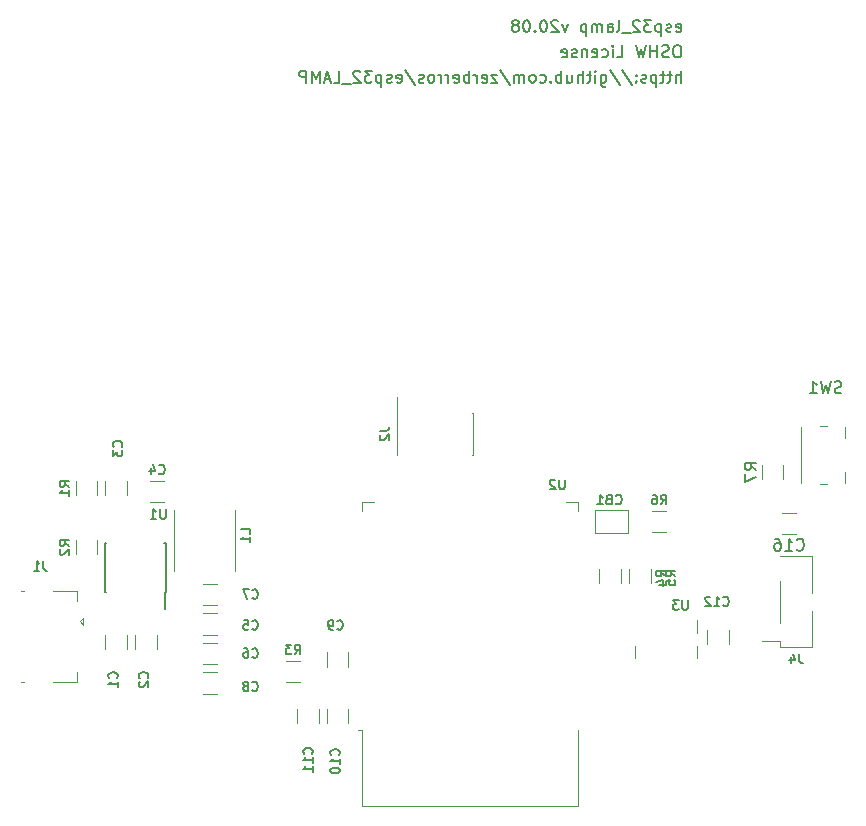
<source format=gbo>
G04 #@! TF.GenerationSoftware,KiCad,Pcbnew,5.1.6*
G04 #@! TF.CreationDate,2020-08-29T17:23:06+02:00*
G04 #@! TF.ProjectId,ESP32_lamp,45535033-325f-46c6-916d-702e6b696361,rev?*
G04 #@! TF.SameCoordinates,Original*
G04 #@! TF.FileFunction,Legend,Bot*
G04 #@! TF.FilePolarity,Positive*
%FSLAX46Y46*%
G04 Gerber Fmt 4.6, Leading zero omitted, Abs format (unit mm)*
G04 Created by KiCad (PCBNEW 5.1.6) date 2020-08-29 17:23:06*
%MOMM*%
%LPD*%
G01*
G04 APERTURE LIST*
%ADD10C,0.150000*%
%ADD11C,0.120000*%
G04 APERTURE END LIST*
D10*
X175442857Y-79304761D02*
X175538095Y-79352380D01*
X175728571Y-79352380D01*
X175823809Y-79304761D01*
X175871428Y-79209523D01*
X175871428Y-78828571D01*
X175823809Y-78733333D01*
X175728571Y-78685714D01*
X175538095Y-78685714D01*
X175442857Y-78733333D01*
X175395238Y-78828571D01*
X175395238Y-78923809D01*
X175871428Y-79019047D01*
X175014285Y-79304761D02*
X174919047Y-79352380D01*
X174728571Y-79352380D01*
X174633333Y-79304761D01*
X174585714Y-79209523D01*
X174585714Y-79161904D01*
X174633333Y-79066666D01*
X174728571Y-79019047D01*
X174871428Y-79019047D01*
X174966666Y-78971428D01*
X175014285Y-78876190D01*
X175014285Y-78828571D01*
X174966666Y-78733333D01*
X174871428Y-78685714D01*
X174728571Y-78685714D01*
X174633333Y-78733333D01*
X174157142Y-78685714D02*
X174157142Y-79685714D01*
X174157142Y-78733333D02*
X174061904Y-78685714D01*
X173871428Y-78685714D01*
X173776190Y-78733333D01*
X173728571Y-78780952D01*
X173680952Y-78876190D01*
X173680952Y-79161904D01*
X173728571Y-79257142D01*
X173776190Y-79304761D01*
X173871428Y-79352380D01*
X174061904Y-79352380D01*
X174157142Y-79304761D01*
X173347619Y-78352380D02*
X172728571Y-78352380D01*
X173061904Y-78733333D01*
X172919047Y-78733333D01*
X172823809Y-78780952D01*
X172776190Y-78828571D01*
X172728571Y-78923809D01*
X172728571Y-79161904D01*
X172776190Y-79257142D01*
X172823809Y-79304761D01*
X172919047Y-79352380D01*
X173204762Y-79352380D01*
X173300000Y-79304761D01*
X173347619Y-79257142D01*
X172347619Y-78447619D02*
X172300000Y-78400000D01*
X172204762Y-78352380D01*
X171966666Y-78352380D01*
X171871428Y-78400000D01*
X171823809Y-78447619D01*
X171776190Y-78542857D01*
X171776190Y-78638095D01*
X171823809Y-78780952D01*
X172395238Y-79352380D01*
X171776190Y-79352380D01*
X171585714Y-79447619D02*
X170823809Y-79447619D01*
X170442857Y-79352380D02*
X170538095Y-79304761D01*
X170585714Y-79209523D01*
X170585714Y-78352380D01*
X169633333Y-79352380D02*
X169633333Y-78828571D01*
X169680952Y-78733333D01*
X169776190Y-78685714D01*
X169966666Y-78685714D01*
X170061904Y-78733333D01*
X169633333Y-79304761D02*
X169728571Y-79352380D01*
X169966666Y-79352380D01*
X170061904Y-79304761D01*
X170109523Y-79209523D01*
X170109523Y-79114285D01*
X170061904Y-79019047D01*
X169966666Y-78971428D01*
X169728571Y-78971428D01*
X169633333Y-78923809D01*
X169157142Y-79352380D02*
X169157142Y-78685714D01*
X169157142Y-78780952D02*
X169109523Y-78733333D01*
X169014285Y-78685714D01*
X168871428Y-78685714D01*
X168776190Y-78733333D01*
X168728571Y-78828571D01*
X168728571Y-79352380D01*
X168728571Y-78828571D02*
X168680952Y-78733333D01*
X168585714Y-78685714D01*
X168442857Y-78685714D01*
X168347619Y-78733333D01*
X168300000Y-78828571D01*
X168300000Y-79352380D01*
X167823809Y-78685714D02*
X167823809Y-79685714D01*
X167823809Y-78733333D02*
X167728571Y-78685714D01*
X167538095Y-78685714D01*
X167442857Y-78733333D01*
X167395238Y-78780952D01*
X167347619Y-78876190D01*
X167347619Y-79161904D01*
X167395238Y-79257142D01*
X167442857Y-79304761D01*
X167538095Y-79352380D01*
X167728571Y-79352380D01*
X167823809Y-79304761D01*
X166252381Y-78685714D02*
X166014285Y-79352380D01*
X165776190Y-78685714D01*
X165442857Y-78447619D02*
X165395238Y-78400000D01*
X165300000Y-78352380D01*
X165061904Y-78352380D01*
X164966666Y-78400000D01*
X164919047Y-78447619D01*
X164871428Y-78542857D01*
X164871428Y-78638095D01*
X164919047Y-78780952D01*
X165490476Y-79352380D01*
X164871428Y-79352380D01*
X164252381Y-78352380D02*
X164157142Y-78352380D01*
X164061904Y-78400000D01*
X164014285Y-78447619D01*
X163966666Y-78542857D01*
X163919047Y-78733333D01*
X163919047Y-78971428D01*
X163966666Y-79161904D01*
X164014285Y-79257142D01*
X164061904Y-79304761D01*
X164157142Y-79352380D01*
X164252381Y-79352380D01*
X164347619Y-79304761D01*
X164395238Y-79257142D01*
X164442857Y-79161904D01*
X164490476Y-78971428D01*
X164490476Y-78733333D01*
X164442857Y-78542857D01*
X164395238Y-78447619D01*
X164347619Y-78400000D01*
X164252381Y-78352380D01*
X163490476Y-79257142D02*
X163442857Y-79304761D01*
X163490476Y-79352380D01*
X163538095Y-79304761D01*
X163490476Y-79257142D01*
X163490476Y-79352380D01*
X162823809Y-78352380D02*
X162728571Y-78352380D01*
X162633333Y-78400000D01*
X162585714Y-78447619D01*
X162538095Y-78542857D01*
X162490476Y-78733333D01*
X162490476Y-78971428D01*
X162538095Y-79161904D01*
X162585714Y-79257142D01*
X162633333Y-79304761D01*
X162728571Y-79352380D01*
X162823809Y-79352380D01*
X162919047Y-79304761D01*
X162966666Y-79257142D01*
X163014285Y-79161904D01*
X163061904Y-78971428D01*
X163061904Y-78733333D01*
X163014285Y-78542857D01*
X162966666Y-78447619D01*
X162919047Y-78400000D01*
X162823809Y-78352380D01*
X161919047Y-78780952D02*
X162014285Y-78733333D01*
X162061904Y-78685714D01*
X162109523Y-78590476D01*
X162109523Y-78542857D01*
X162061904Y-78447619D01*
X162014285Y-78400000D01*
X161919047Y-78352380D01*
X161728571Y-78352380D01*
X161633333Y-78400000D01*
X161585714Y-78447619D01*
X161538095Y-78542857D01*
X161538095Y-78590476D01*
X161585714Y-78685714D01*
X161633333Y-78733333D01*
X161728571Y-78780952D01*
X161919047Y-78780952D01*
X162014285Y-78828571D01*
X162061904Y-78876190D01*
X162109523Y-78971428D01*
X162109523Y-79161904D01*
X162061904Y-79257142D01*
X162014285Y-79304761D01*
X161919047Y-79352380D01*
X161728571Y-79352380D01*
X161633333Y-79304761D01*
X161585714Y-79257142D01*
X161538095Y-79161904D01*
X161538095Y-78971428D01*
X161585714Y-78876190D01*
X161633333Y-78828571D01*
X161728571Y-78780952D01*
X175633333Y-80502380D02*
X175442857Y-80502380D01*
X175347619Y-80550000D01*
X175252380Y-80645238D01*
X175204761Y-80835714D01*
X175204761Y-81169047D01*
X175252380Y-81359523D01*
X175347619Y-81454761D01*
X175442857Y-81502380D01*
X175633333Y-81502380D01*
X175728571Y-81454761D01*
X175823809Y-81359523D01*
X175871428Y-81169047D01*
X175871428Y-80835714D01*
X175823809Y-80645238D01*
X175728571Y-80550000D01*
X175633333Y-80502380D01*
X174823809Y-81454761D02*
X174680952Y-81502380D01*
X174442857Y-81502380D01*
X174347619Y-81454761D01*
X174300000Y-81407142D01*
X174252380Y-81311904D01*
X174252380Y-81216666D01*
X174300000Y-81121428D01*
X174347619Y-81073809D01*
X174442857Y-81026190D01*
X174633333Y-80978571D01*
X174728571Y-80930952D01*
X174776190Y-80883333D01*
X174823809Y-80788095D01*
X174823809Y-80692857D01*
X174776190Y-80597619D01*
X174728571Y-80550000D01*
X174633333Y-80502380D01*
X174395238Y-80502380D01*
X174252380Y-80550000D01*
X173823809Y-81502380D02*
X173823809Y-80502380D01*
X173823809Y-80978571D02*
X173252380Y-80978571D01*
X173252380Y-81502380D02*
X173252380Y-80502380D01*
X172871428Y-80502380D02*
X172633333Y-81502380D01*
X172442857Y-80788095D01*
X172252380Y-81502380D01*
X172014285Y-80502380D01*
X170395238Y-81502380D02*
X170871428Y-81502380D01*
X170871428Y-80502380D01*
X170061904Y-81502380D02*
X170061904Y-80835714D01*
X170061904Y-80502380D02*
X170109523Y-80550000D01*
X170061904Y-80597619D01*
X170014285Y-80550000D01*
X170061904Y-80502380D01*
X170061904Y-80597619D01*
X169157142Y-81454761D02*
X169252380Y-81502380D01*
X169442857Y-81502380D01*
X169538095Y-81454761D01*
X169585714Y-81407142D01*
X169633333Y-81311904D01*
X169633333Y-81026190D01*
X169585714Y-80930952D01*
X169538095Y-80883333D01*
X169442857Y-80835714D01*
X169252380Y-80835714D01*
X169157142Y-80883333D01*
X168347619Y-81454761D02*
X168442857Y-81502380D01*
X168633333Y-81502380D01*
X168728571Y-81454761D01*
X168776190Y-81359523D01*
X168776190Y-80978571D01*
X168728571Y-80883333D01*
X168633333Y-80835714D01*
X168442857Y-80835714D01*
X168347619Y-80883333D01*
X168300000Y-80978571D01*
X168300000Y-81073809D01*
X168776190Y-81169047D01*
X167871428Y-80835714D02*
X167871428Y-81502380D01*
X167871428Y-80930952D02*
X167823809Y-80883333D01*
X167728571Y-80835714D01*
X167585714Y-80835714D01*
X167490476Y-80883333D01*
X167442857Y-80978571D01*
X167442857Y-81502380D01*
X167014285Y-81454761D02*
X166919047Y-81502380D01*
X166728571Y-81502380D01*
X166633333Y-81454761D01*
X166585714Y-81359523D01*
X166585714Y-81311904D01*
X166633333Y-81216666D01*
X166728571Y-81169047D01*
X166871428Y-81169047D01*
X166966666Y-81121428D01*
X167014285Y-81026190D01*
X167014285Y-80978571D01*
X166966666Y-80883333D01*
X166871428Y-80835714D01*
X166728571Y-80835714D01*
X166633333Y-80883333D01*
X165776190Y-81454761D02*
X165871428Y-81502380D01*
X166061904Y-81502380D01*
X166157142Y-81454761D01*
X166204761Y-81359523D01*
X166204761Y-80978571D01*
X166157142Y-80883333D01*
X166061904Y-80835714D01*
X165871428Y-80835714D01*
X165776190Y-80883333D01*
X165728571Y-80978571D01*
X165728571Y-81073809D01*
X166204761Y-81169047D01*
X175823809Y-83652380D02*
X175823809Y-82652380D01*
X175395238Y-83652380D02*
X175395238Y-83128571D01*
X175442857Y-83033333D01*
X175538095Y-82985714D01*
X175680952Y-82985714D01*
X175776190Y-83033333D01*
X175823809Y-83080952D01*
X175061904Y-82985714D02*
X174680952Y-82985714D01*
X174919047Y-82652380D02*
X174919047Y-83509523D01*
X174871428Y-83604761D01*
X174776190Y-83652380D01*
X174680952Y-83652380D01*
X174490476Y-82985714D02*
X174109523Y-82985714D01*
X174347619Y-82652380D02*
X174347619Y-83509523D01*
X174300000Y-83604761D01*
X174204762Y-83652380D01*
X174109523Y-83652380D01*
X173776190Y-82985714D02*
X173776190Y-83985714D01*
X173776190Y-83033333D02*
X173680952Y-82985714D01*
X173490476Y-82985714D01*
X173395238Y-83033333D01*
X173347619Y-83080952D01*
X173300000Y-83176190D01*
X173300000Y-83461904D01*
X173347619Y-83557142D01*
X173395238Y-83604761D01*
X173490476Y-83652380D01*
X173680952Y-83652380D01*
X173776190Y-83604761D01*
X172919047Y-83604761D02*
X172823809Y-83652380D01*
X172633333Y-83652380D01*
X172538095Y-83604761D01*
X172490476Y-83509523D01*
X172490476Y-83461904D01*
X172538095Y-83366666D01*
X172633333Y-83319047D01*
X172776190Y-83319047D01*
X172871428Y-83271428D01*
X172919047Y-83176190D01*
X172919047Y-83128571D01*
X172871428Y-83033333D01*
X172776190Y-82985714D01*
X172633333Y-82985714D01*
X172538095Y-83033333D01*
X172061904Y-83557142D02*
X172014285Y-83604761D01*
X172061904Y-83652380D01*
X172109523Y-83604761D01*
X172061904Y-83557142D01*
X172061904Y-83652380D01*
X172061904Y-83033333D02*
X172014285Y-83080952D01*
X172061904Y-83128571D01*
X172109523Y-83080952D01*
X172061904Y-83033333D01*
X172061904Y-83128571D01*
X170871428Y-82604761D02*
X171728571Y-83890476D01*
X169823809Y-82604761D02*
X170680952Y-83890476D01*
X169061904Y-82985714D02*
X169061904Y-83795238D01*
X169109523Y-83890476D01*
X169157142Y-83938095D01*
X169252381Y-83985714D01*
X169395238Y-83985714D01*
X169490476Y-83938095D01*
X169061904Y-83604761D02*
X169157142Y-83652380D01*
X169347619Y-83652380D01*
X169442857Y-83604761D01*
X169490476Y-83557142D01*
X169538095Y-83461904D01*
X169538095Y-83176190D01*
X169490476Y-83080952D01*
X169442857Y-83033333D01*
X169347619Y-82985714D01*
X169157142Y-82985714D01*
X169061904Y-83033333D01*
X168585714Y-83652380D02*
X168585714Y-82985714D01*
X168585714Y-82652380D02*
X168633333Y-82700000D01*
X168585714Y-82747619D01*
X168538095Y-82700000D01*
X168585714Y-82652380D01*
X168585714Y-82747619D01*
X168252381Y-82985714D02*
X167871428Y-82985714D01*
X168109523Y-82652380D02*
X168109523Y-83509523D01*
X168061904Y-83604761D01*
X167966666Y-83652380D01*
X167871428Y-83652380D01*
X167538095Y-83652380D02*
X167538095Y-82652380D01*
X167109523Y-83652380D02*
X167109523Y-83128571D01*
X167157142Y-83033333D01*
X167252381Y-82985714D01*
X167395238Y-82985714D01*
X167490476Y-83033333D01*
X167538095Y-83080952D01*
X166204762Y-82985714D02*
X166204762Y-83652380D01*
X166633333Y-82985714D02*
X166633333Y-83509523D01*
X166585714Y-83604761D01*
X166490476Y-83652380D01*
X166347619Y-83652380D01*
X166252381Y-83604761D01*
X166204762Y-83557142D01*
X165728571Y-83652380D02*
X165728571Y-82652380D01*
X165728571Y-83033333D02*
X165633333Y-82985714D01*
X165442857Y-82985714D01*
X165347619Y-83033333D01*
X165300000Y-83080952D01*
X165252381Y-83176190D01*
X165252381Y-83461904D01*
X165300000Y-83557142D01*
X165347619Y-83604761D01*
X165442857Y-83652380D01*
X165633333Y-83652380D01*
X165728571Y-83604761D01*
X164823809Y-83557142D02*
X164776190Y-83604761D01*
X164823809Y-83652380D01*
X164871428Y-83604761D01*
X164823809Y-83557142D01*
X164823809Y-83652380D01*
X163919047Y-83604761D02*
X164014285Y-83652380D01*
X164204762Y-83652380D01*
X164300000Y-83604761D01*
X164347619Y-83557142D01*
X164395238Y-83461904D01*
X164395238Y-83176190D01*
X164347619Y-83080952D01*
X164300000Y-83033333D01*
X164204762Y-82985714D01*
X164014285Y-82985714D01*
X163919047Y-83033333D01*
X163347619Y-83652380D02*
X163442857Y-83604761D01*
X163490476Y-83557142D01*
X163538095Y-83461904D01*
X163538095Y-83176190D01*
X163490476Y-83080952D01*
X163442857Y-83033333D01*
X163347619Y-82985714D01*
X163204762Y-82985714D01*
X163109523Y-83033333D01*
X163061904Y-83080952D01*
X163014285Y-83176190D01*
X163014285Y-83461904D01*
X163061904Y-83557142D01*
X163109523Y-83604761D01*
X163204762Y-83652380D01*
X163347619Y-83652380D01*
X162585714Y-83652380D02*
X162585714Y-82985714D01*
X162585714Y-83080952D02*
X162538095Y-83033333D01*
X162442857Y-82985714D01*
X162300000Y-82985714D01*
X162204762Y-83033333D01*
X162157142Y-83128571D01*
X162157142Y-83652380D01*
X162157142Y-83128571D02*
X162109523Y-83033333D01*
X162014285Y-82985714D01*
X161871428Y-82985714D01*
X161776190Y-83033333D01*
X161728571Y-83128571D01*
X161728571Y-83652380D01*
X160538095Y-82604761D02*
X161395238Y-83890476D01*
X160300000Y-82985714D02*
X159776190Y-82985714D01*
X160300000Y-83652380D01*
X159776190Y-83652380D01*
X159014285Y-83604761D02*
X159109523Y-83652380D01*
X159300000Y-83652380D01*
X159395238Y-83604761D01*
X159442857Y-83509523D01*
X159442857Y-83128571D01*
X159395238Y-83033333D01*
X159300000Y-82985714D01*
X159109523Y-82985714D01*
X159014285Y-83033333D01*
X158966666Y-83128571D01*
X158966666Y-83223809D01*
X159442857Y-83319047D01*
X158538095Y-83652380D02*
X158538095Y-82985714D01*
X158538095Y-83176190D02*
X158490476Y-83080952D01*
X158442857Y-83033333D01*
X158347619Y-82985714D01*
X158252381Y-82985714D01*
X157919047Y-83652380D02*
X157919047Y-82652380D01*
X157919047Y-83033333D02*
X157823809Y-82985714D01*
X157633333Y-82985714D01*
X157538095Y-83033333D01*
X157490476Y-83080952D01*
X157442857Y-83176190D01*
X157442857Y-83461904D01*
X157490476Y-83557142D01*
X157538095Y-83604761D01*
X157633333Y-83652380D01*
X157823809Y-83652380D01*
X157919047Y-83604761D01*
X156633333Y-83604761D02*
X156728571Y-83652380D01*
X156919047Y-83652380D01*
X157014285Y-83604761D01*
X157061904Y-83509523D01*
X157061904Y-83128571D01*
X157014285Y-83033333D01*
X156919047Y-82985714D01*
X156728571Y-82985714D01*
X156633333Y-83033333D01*
X156585714Y-83128571D01*
X156585714Y-83223809D01*
X157061904Y-83319047D01*
X156157142Y-83652380D02*
X156157142Y-82985714D01*
X156157142Y-83176190D02*
X156109523Y-83080952D01*
X156061904Y-83033333D01*
X155966666Y-82985714D01*
X155871428Y-82985714D01*
X155538095Y-83652380D02*
X155538095Y-82985714D01*
X155538095Y-83176190D02*
X155490476Y-83080952D01*
X155442857Y-83033333D01*
X155347619Y-82985714D01*
X155252381Y-82985714D01*
X154776190Y-83652380D02*
X154871428Y-83604761D01*
X154919047Y-83557142D01*
X154966666Y-83461904D01*
X154966666Y-83176190D01*
X154919047Y-83080952D01*
X154871428Y-83033333D01*
X154776190Y-82985714D01*
X154633333Y-82985714D01*
X154538095Y-83033333D01*
X154490476Y-83080952D01*
X154442857Y-83176190D01*
X154442857Y-83461904D01*
X154490476Y-83557142D01*
X154538095Y-83604761D01*
X154633333Y-83652380D01*
X154776190Y-83652380D01*
X154061904Y-83604761D02*
X153966666Y-83652380D01*
X153776190Y-83652380D01*
X153680952Y-83604761D01*
X153633333Y-83509523D01*
X153633333Y-83461904D01*
X153680952Y-83366666D01*
X153776190Y-83319047D01*
X153919047Y-83319047D01*
X154014285Y-83271428D01*
X154061904Y-83176190D01*
X154061904Y-83128571D01*
X154014285Y-83033333D01*
X153919047Y-82985714D01*
X153776190Y-82985714D01*
X153680952Y-83033333D01*
X152490476Y-82604761D02*
X153347619Y-83890476D01*
X151776190Y-83604761D02*
X151871428Y-83652380D01*
X152061904Y-83652380D01*
X152157142Y-83604761D01*
X152204762Y-83509523D01*
X152204762Y-83128571D01*
X152157142Y-83033333D01*
X152061904Y-82985714D01*
X151871428Y-82985714D01*
X151776190Y-83033333D01*
X151728571Y-83128571D01*
X151728571Y-83223809D01*
X152204762Y-83319047D01*
X151347619Y-83604761D02*
X151252381Y-83652380D01*
X151061904Y-83652380D01*
X150966666Y-83604761D01*
X150919047Y-83509523D01*
X150919047Y-83461904D01*
X150966666Y-83366666D01*
X151061904Y-83319047D01*
X151204762Y-83319047D01*
X151300000Y-83271428D01*
X151347619Y-83176190D01*
X151347619Y-83128571D01*
X151300000Y-83033333D01*
X151204762Y-82985714D01*
X151061904Y-82985714D01*
X150966666Y-83033333D01*
X150490476Y-82985714D02*
X150490476Y-83985714D01*
X150490476Y-83033333D02*
X150395238Y-82985714D01*
X150204762Y-82985714D01*
X150109523Y-83033333D01*
X150061904Y-83080952D01*
X150014285Y-83176190D01*
X150014285Y-83461904D01*
X150061904Y-83557142D01*
X150109523Y-83604761D01*
X150204762Y-83652380D01*
X150395238Y-83652380D01*
X150490476Y-83604761D01*
X149680952Y-82652380D02*
X149061904Y-82652380D01*
X149395238Y-83033333D01*
X149252381Y-83033333D01*
X149157142Y-83080952D01*
X149109523Y-83128571D01*
X149061904Y-83223809D01*
X149061904Y-83461904D01*
X149109523Y-83557142D01*
X149157142Y-83604761D01*
X149252381Y-83652380D01*
X149538095Y-83652380D01*
X149633333Y-83604761D01*
X149680952Y-83557142D01*
X148680952Y-82747619D02*
X148633333Y-82700000D01*
X148538095Y-82652380D01*
X148300000Y-82652380D01*
X148204762Y-82700000D01*
X148157142Y-82747619D01*
X148109523Y-82842857D01*
X148109523Y-82938095D01*
X148157142Y-83080952D01*
X148728571Y-83652380D01*
X148109523Y-83652380D01*
X147919047Y-83747619D02*
X147157142Y-83747619D01*
X146442857Y-83652380D02*
X146919047Y-83652380D01*
X146919047Y-82652380D01*
X146157142Y-83366666D02*
X145680952Y-83366666D01*
X146252381Y-83652380D02*
X145919047Y-82652380D01*
X145585714Y-83652380D01*
X145252381Y-83652380D02*
X145252381Y-82652380D01*
X144919047Y-83366666D01*
X144585714Y-82652380D01*
X144585714Y-83652380D01*
X144109523Y-83652380D02*
X144109523Y-82652380D01*
X143728571Y-82652380D01*
X143633333Y-82700000D01*
X143585714Y-82747619D01*
X143538095Y-82842857D01*
X143538095Y-82985714D01*
X143585714Y-83080952D01*
X143633333Y-83128571D01*
X143728571Y-83176190D01*
X144109523Y-83176190D01*
D11*
X189750000Y-116625000D02*
X189750000Y-117550000D01*
X187625000Y-112750000D02*
X188175000Y-112750000D01*
X187625000Y-117650000D02*
X188175000Y-117650000D01*
X186050000Y-112850000D02*
X186050000Y-117550000D01*
X189750000Y-112850000D02*
X189750000Y-113775000D01*
X184510000Y-115997936D02*
X184510000Y-117202064D01*
X182690000Y-115997936D02*
X182690000Y-117202064D01*
X184397936Y-120090000D02*
X185602064Y-120090000D01*
X184397936Y-121910000D02*
X185602064Y-121910000D01*
X151765000Y-111635000D02*
X151765000Y-115165000D01*
X158235000Y-111635000D02*
X158235000Y-115165000D01*
X151830000Y-110310000D02*
X151830000Y-111635000D01*
X151765000Y-111635000D02*
X151830000Y-111635000D01*
X151765000Y-115165000D02*
X151830000Y-115165000D01*
X158170000Y-111635000D02*
X158235000Y-111635000D01*
X158170000Y-115165000D02*
X158235000Y-115165000D01*
X173397936Y-119890000D02*
X174602064Y-119890000D01*
X173397936Y-121710000D02*
X174602064Y-121710000D01*
X184270000Y-129380000D02*
X184270000Y-125820000D01*
X186930000Y-126840000D02*
X186930000Y-123730000D01*
X186930000Y-124300000D02*
X186930000Y-123730000D01*
X184270000Y-131470000D02*
X184270000Y-130900000D01*
X184270000Y-130900000D02*
X182750000Y-130900000D01*
X186930000Y-131470000D02*
X186930000Y-128360000D01*
X184270000Y-123730000D02*
X186930000Y-123730000D01*
X184270000Y-131470000D02*
X186930000Y-131470000D01*
X179910000Y-129997936D02*
X179910000Y-131202064D01*
X178090000Y-129997936D02*
X178090000Y-131202064D01*
X148880000Y-119900000D02*
X148880000Y-119120000D01*
X148880000Y-119120000D02*
X149880000Y-119120000D01*
X167120000Y-119900000D02*
X167120000Y-119120000D01*
X167120000Y-119120000D02*
X166120000Y-119120000D01*
X148880000Y-144865000D02*
X167120000Y-144865000D01*
X167120000Y-144865000D02*
X167120000Y-138445000D01*
X148880000Y-144865000D02*
X148880000Y-138445000D01*
X148880000Y-138445000D02*
X148500000Y-138445000D01*
X136602064Y-126090000D02*
X135397936Y-126090000D01*
X136602064Y-127910000D02*
X135397936Y-127910000D01*
X173310000Y-126052064D02*
X173310000Y-124847936D01*
X171490000Y-126052064D02*
X171490000Y-124847936D01*
X170760000Y-126052064D02*
X170760000Y-124847936D01*
X168940000Y-126052064D02*
X168940000Y-124847936D01*
X124590000Y-122397936D02*
X124590000Y-123602064D01*
X126410000Y-122397936D02*
X126410000Y-123602064D01*
X143602064Y-132590000D02*
X142397936Y-132590000D01*
X143602064Y-134410000D02*
X142397936Y-134410000D01*
X124590000Y-117397936D02*
X124590000Y-118602064D01*
X126410000Y-117397936D02*
X126410000Y-118602064D01*
X145840000Y-131897936D02*
X145840000Y-133102064D01*
X147660000Y-131897936D02*
X147660000Y-133102064D01*
X145160000Y-137852064D02*
X145160000Y-136647936D01*
X143340000Y-137852064D02*
X143340000Y-136647936D01*
X147660000Y-137852064D02*
X147660000Y-136647936D01*
X145840000Y-137852064D02*
X145840000Y-136647936D01*
X136602064Y-133590000D02*
X135397936Y-133590000D01*
X136602064Y-135410000D02*
X135397936Y-135410000D01*
X136602064Y-131090000D02*
X135397936Y-131090000D01*
X136602064Y-132910000D02*
X135397936Y-132910000D01*
X136602064Y-128590000D02*
X135397936Y-128590000D01*
X136602064Y-130410000D02*
X135397936Y-130410000D01*
X132102064Y-117340000D02*
X130897936Y-117340000D01*
X132102064Y-119160000D02*
X130897936Y-119160000D01*
X128910000Y-118602064D02*
X128910000Y-117397936D01*
X127090000Y-118602064D02*
X127090000Y-117397936D01*
X129640000Y-130397936D02*
X129640000Y-131602064D01*
X131460000Y-130397936D02*
X131460000Y-131602064D01*
X127090000Y-130397936D02*
X127090000Y-131602064D01*
X128910000Y-130397936D02*
X128910000Y-131602064D01*
X138130000Y-119870000D02*
X138130000Y-124970000D01*
X132930000Y-119870000D02*
X132930000Y-124970000D01*
X171990000Y-131360000D02*
X171990000Y-132410000D01*
X177210000Y-130240000D02*
X177210000Y-129190000D01*
X177210000Y-131360000D02*
X177210000Y-132410000D01*
D10*
X132205000Y-126795000D02*
X132155000Y-126795000D01*
X132205000Y-122645000D02*
X132060000Y-122645000D01*
X127055000Y-122645000D02*
X127200000Y-122645000D01*
X127055000Y-126795000D02*
X127200000Y-126795000D01*
X132205000Y-126795000D02*
X132205000Y-122645000D01*
X127055000Y-126795000D02*
X127055000Y-122645000D01*
X132155000Y-126795000D02*
X132155000Y-128195000D01*
D11*
X125250000Y-129550000D02*
X125250000Y-128950000D01*
X124950000Y-129250000D02*
X125250000Y-128950000D01*
X124950000Y-129250000D02*
X125250000Y-129550000D01*
X124720000Y-134420000D02*
X124720000Y-133550000D01*
X124720000Y-126680000D02*
X122650000Y-126680000D01*
X124720000Y-134420000D02*
X122650000Y-134420000D01*
X124720000Y-127550000D02*
X124720000Y-126680000D01*
X120250000Y-126680000D02*
X120000000Y-126680000D01*
X120250000Y-134420000D02*
X120000000Y-134420000D01*
X168600000Y-119800000D02*
X168600000Y-121800000D01*
X171400000Y-119800000D02*
X168600000Y-119800000D01*
X171400000Y-121800000D02*
X171400000Y-119800000D01*
X168600000Y-121800000D02*
X171400000Y-121800000D01*
D10*
X189433333Y-109904761D02*
X189290476Y-109952380D01*
X189052380Y-109952380D01*
X188957142Y-109904761D01*
X188909523Y-109857142D01*
X188861904Y-109761904D01*
X188861904Y-109666666D01*
X188909523Y-109571428D01*
X188957142Y-109523809D01*
X189052380Y-109476190D01*
X189242857Y-109428571D01*
X189338095Y-109380952D01*
X189385714Y-109333333D01*
X189433333Y-109238095D01*
X189433333Y-109142857D01*
X189385714Y-109047619D01*
X189338095Y-109000000D01*
X189242857Y-108952380D01*
X189004761Y-108952380D01*
X188861904Y-109000000D01*
X188528571Y-108952380D02*
X188290476Y-109952380D01*
X188100000Y-109238095D01*
X187909523Y-109952380D01*
X187671428Y-108952380D01*
X186766666Y-109952380D02*
X187338095Y-109952380D01*
X187052380Y-109952380D02*
X187052380Y-108952380D01*
X187147619Y-109095238D01*
X187242857Y-109190476D01*
X187338095Y-109238095D01*
X182232380Y-116433333D02*
X181756190Y-116100000D01*
X182232380Y-115861904D02*
X181232380Y-115861904D01*
X181232380Y-116242857D01*
X181280000Y-116338095D01*
X181327619Y-116385714D01*
X181422857Y-116433333D01*
X181565714Y-116433333D01*
X181660952Y-116385714D01*
X181708571Y-116338095D01*
X181756190Y-116242857D01*
X181756190Y-115861904D01*
X181232380Y-116766666D02*
X181232380Y-117433333D01*
X182232380Y-117004761D01*
X185642857Y-123177142D02*
X185690476Y-123224761D01*
X185833333Y-123272380D01*
X185928571Y-123272380D01*
X186071428Y-123224761D01*
X186166666Y-123129523D01*
X186214285Y-123034285D01*
X186261904Y-122843809D01*
X186261904Y-122700952D01*
X186214285Y-122510476D01*
X186166666Y-122415238D01*
X186071428Y-122320000D01*
X185928571Y-122272380D01*
X185833333Y-122272380D01*
X185690476Y-122320000D01*
X185642857Y-122367619D01*
X184690476Y-123272380D02*
X185261904Y-123272380D01*
X184976190Y-123272380D02*
X184976190Y-122272380D01*
X185071428Y-122415238D01*
X185166666Y-122510476D01*
X185261904Y-122558095D01*
X183833333Y-122272380D02*
X184023809Y-122272380D01*
X184119047Y-122320000D01*
X184166666Y-122367619D01*
X184261904Y-122510476D01*
X184309523Y-122700952D01*
X184309523Y-123081904D01*
X184261904Y-123177142D01*
X184214285Y-123224761D01*
X184119047Y-123272380D01*
X183928571Y-123272380D01*
X183833333Y-123224761D01*
X183785714Y-123177142D01*
X183738095Y-123081904D01*
X183738095Y-122843809D01*
X183785714Y-122748571D01*
X183833333Y-122700952D01*
X183928571Y-122653333D01*
X184119047Y-122653333D01*
X184214285Y-122700952D01*
X184261904Y-122748571D01*
X184309523Y-122843809D01*
X150326904Y-113133333D02*
X150898333Y-113133333D01*
X151012619Y-113095238D01*
X151088809Y-113019047D01*
X151126904Y-112904761D01*
X151126904Y-112828571D01*
X150403095Y-113476190D02*
X150365000Y-113514285D01*
X150326904Y-113590476D01*
X150326904Y-113780952D01*
X150365000Y-113857142D01*
X150403095Y-113895238D01*
X150479285Y-113933333D01*
X150555476Y-113933333D01*
X150669761Y-113895238D01*
X151126904Y-113438095D01*
X151126904Y-113933333D01*
X174133333Y-119361904D02*
X174400000Y-118980952D01*
X174590476Y-119361904D02*
X174590476Y-118561904D01*
X174285714Y-118561904D01*
X174209523Y-118600000D01*
X174171428Y-118638095D01*
X174133333Y-118714285D01*
X174133333Y-118828571D01*
X174171428Y-118904761D01*
X174209523Y-118942857D01*
X174285714Y-118980952D01*
X174590476Y-118980952D01*
X173447619Y-118561904D02*
X173600000Y-118561904D01*
X173676190Y-118600000D01*
X173714285Y-118638095D01*
X173790476Y-118752380D01*
X173828571Y-118904761D01*
X173828571Y-119209523D01*
X173790476Y-119285714D01*
X173752380Y-119323809D01*
X173676190Y-119361904D01*
X173523809Y-119361904D01*
X173447619Y-119323809D01*
X173409523Y-119285714D01*
X173371428Y-119209523D01*
X173371428Y-119019047D01*
X173409523Y-118942857D01*
X173447619Y-118904761D01*
X173523809Y-118866666D01*
X173676190Y-118866666D01*
X173752380Y-118904761D01*
X173790476Y-118942857D01*
X173828571Y-119019047D01*
X185866666Y-132031904D02*
X185866666Y-132603333D01*
X185904761Y-132717619D01*
X185980952Y-132793809D01*
X186095238Y-132831904D01*
X186171428Y-132831904D01*
X185142857Y-132298571D02*
X185142857Y-132831904D01*
X185333333Y-131993809D02*
X185523809Y-132565238D01*
X185028571Y-132565238D01*
X179414285Y-127885714D02*
X179452380Y-127923809D01*
X179566666Y-127961904D01*
X179642857Y-127961904D01*
X179757142Y-127923809D01*
X179833333Y-127847619D01*
X179871428Y-127771428D01*
X179909523Y-127619047D01*
X179909523Y-127504761D01*
X179871428Y-127352380D01*
X179833333Y-127276190D01*
X179757142Y-127200000D01*
X179642857Y-127161904D01*
X179566666Y-127161904D01*
X179452380Y-127200000D01*
X179414285Y-127238095D01*
X178652380Y-127961904D02*
X179109523Y-127961904D01*
X178880952Y-127961904D02*
X178880952Y-127161904D01*
X178957142Y-127276190D01*
X179033333Y-127352380D01*
X179109523Y-127390476D01*
X178347619Y-127238095D02*
X178309523Y-127200000D01*
X178233333Y-127161904D01*
X178042857Y-127161904D01*
X177966666Y-127200000D01*
X177928571Y-127238095D01*
X177890476Y-127314285D01*
X177890476Y-127390476D01*
X177928571Y-127504761D01*
X178385714Y-127961904D01*
X177890476Y-127961904D01*
X166009523Y-117261904D02*
X166009523Y-117909523D01*
X165971428Y-117985714D01*
X165933333Y-118023809D01*
X165857142Y-118061904D01*
X165704761Y-118061904D01*
X165628571Y-118023809D01*
X165590476Y-117985714D01*
X165552380Y-117909523D01*
X165552380Y-117261904D01*
X165209523Y-117338095D02*
X165171428Y-117300000D01*
X165095238Y-117261904D01*
X164904761Y-117261904D01*
X164828571Y-117300000D01*
X164790476Y-117338095D01*
X164752380Y-117414285D01*
X164752380Y-117490476D01*
X164790476Y-117604761D01*
X165247619Y-118061904D01*
X164752380Y-118061904D01*
X139533333Y-127285714D02*
X139571428Y-127323809D01*
X139685714Y-127361904D01*
X139761904Y-127361904D01*
X139876190Y-127323809D01*
X139952380Y-127247619D01*
X139990476Y-127171428D01*
X140028571Y-127019047D01*
X140028571Y-126904761D01*
X139990476Y-126752380D01*
X139952380Y-126676190D01*
X139876190Y-126600000D01*
X139761904Y-126561904D01*
X139685714Y-126561904D01*
X139571428Y-126600000D01*
X139533333Y-126638095D01*
X139266666Y-126561904D02*
X138733333Y-126561904D01*
X139076190Y-127361904D01*
X175361904Y-125466666D02*
X174980952Y-125200000D01*
X175361904Y-125009523D02*
X174561904Y-125009523D01*
X174561904Y-125314285D01*
X174600000Y-125390476D01*
X174638095Y-125428571D01*
X174714285Y-125466666D01*
X174828571Y-125466666D01*
X174904761Y-125428571D01*
X174942857Y-125390476D01*
X174980952Y-125314285D01*
X174980952Y-125009523D01*
X174561904Y-126190476D02*
X174561904Y-125809523D01*
X174942857Y-125771428D01*
X174904761Y-125809523D01*
X174866666Y-125885714D01*
X174866666Y-126076190D01*
X174904761Y-126152380D01*
X174942857Y-126190476D01*
X175019047Y-126228571D01*
X175209523Y-126228571D01*
X175285714Y-126190476D01*
X175323809Y-126152380D01*
X175361904Y-126076190D01*
X175361904Y-125885714D01*
X175323809Y-125809523D01*
X175285714Y-125771428D01*
X174561904Y-125466666D02*
X174180952Y-125200000D01*
X174561904Y-125009523D02*
X173761904Y-125009523D01*
X173761904Y-125314285D01*
X173800000Y-125390476D01*
X173838095Y-125428571D01*
X173914285Y-125466666D01*
X174028571Y-125466666D01*
X174104761Y-125428571D01*
X174142857Y-125390476D01*
X174180952Y-125314285D01*
X174180952Y-125009523D01*
X174028571Y-126152380D02*
X174561904Y-126152380D01*
X173723809Y-125961904D02*
X174295238Y-125771428D01*
X174295238Y-126266666D01*
X124041904Y-122866666D02*
X123660952Y-122600000D01*
X124041904Y-122409523D02*
X123241904Y-122409523D01*
X123241904Y-122714285D01*
X123280000Y-122790476D01*
X123318095Y-122828571D01*
X123394285Y-122866666D01*
X123508571Y-122866666D01*
X123584761Y-122828571D01*
X123622857Y-122790476D01*
X123660952Y-122714285D01*
X123660952Y-122409523D01*
X123318095Y-123171428D02*
X123280000Y-123209523D01*
X123241904Y-123285714D01*
X123241904Y-123476190D01*
X123280000Y-123552380D01*
X123318095Y-123590476D01*
X123394285Y-123628571D01*
X123470476Y-123628571D01*
X123584761Y-123590476D01*
X124041904Y-123133333D01*
X124041904Y-123628571D01*
X143133333Y-132041904D02*
X143400000Y-131660952D01*
X143590476Y-132041904D02*
X143590476Y-131241904D01*
X143285714Y-131241904D01*
X143209523Y-131280000D01*
X143171428Y-131318095D01*
X143133333Y-131394285D01*
X143133333Y-131508571D01*
X143171428Y-131584761D01*
X143209523Y-131622857D01*
X143285714Y-131660952D01*
X143590476Y-131660952D01*
X142866666Y-131241904D02*
X142371428Y-131241904D01*
X142638095Y-131546666D01*
X142523809Y-131546666D01*
X142447619Y-131584761D01*
X142409523Y-131622857D01*
X142371428Y-131699047D01*
X142371428Y-131889523D01*
X142409523Y-131965714D01*
X142447619Y-132003809D01*
X142523809Y-132041904D01*
X142752380Y-132041904D01*
X142828571Y-132003809D01*
X142866666Y-131965714D01*
X124041904Y-117866666D02*
X123660952Y-117600000D01*
X124041904Y-117409523D02*
X123241904Y-117409523D01*
X123241904Y-117714285D01*
X123280000Y-117790476D01*
X123318095Y-117828571D01*
X123394285Y-117866666D01*
X123508571Y-117866666D01*
X123584761Y-117828571D01*
X123622857Y-117790476D01*
X123660952Y-117714285D01*
X123660952Y-117409523D01*
X124041904Y-118628571D02*
X124041904Y-118171428D01*
X124041904Y-118400000D02*
X123241904Y-118400000D01*
X123356190Y-118323809D01*
X123432380Y-118247619D01*
X123470476Y-118171428D01*
X146733333Y-129885714D02*
X146771428Y-129923809D01*
X146885714Y-129961904D01*
X146961904Y-129961904D01*
X147076190Y-129923809D01*
X147152380Y-129847619D01*
X147190476Y-129771428D01*
X147228571Y-129619047D01*
X147228571Y-129504761D01*
X147190476Y-129352380D01*
X147152380Y-129276190D01*
X147076190Y-129200000D01*
X146961904Y-129161904D01*
X146885714Y-129161904D01*
X146771428Y-129200000D01*
X146733333Y-129238095D01*
X146352380Y-129961904D02*
X146200000Y-129961904D01*
X146123809Y-129923809D01*
X146085714Y-129885714D01*
X146009523Y-129771428D01*
X145971428Y-129619047D01*
X145971428Y-129314285D01*
X146009523Y-129238095D01*
X146047619Y-129200000D01*
X146123809Y-129161904D01*
X146276190Y-129161904D01*
X146352380Y-129200000D01*
X146390476Y-129238095D01*
X146428571Y-129314285D01*
X146428571Y-129504761D01*
X146390476Y-129580952D01*
X146352380Y-129619047D01*
X146276190Y-129657142D01*
X146123809Y-129657142D01*
X146047619Y-129619047D01*
X146009523Y-129580952D01*
X145971428Y-129504761D01*
X144585714Y-140485714D02*
X144623809Y-140447619D01*
X144661904Y-140333333D01*
X144661904Y-140257142D01*
X144623809Y-140142857D01*
X144547619Y-140066666D01*
X144471428Y-140028571D01*
X144319047Y-139990476D01*
X144204761Y-139990476D01*
X144052380Y-140028571D01*
X143976190Y-140066666D01*
X143900000Y-140142857D01*
X143861904Y-140257142D01*
X143861904Y-140333333D01*
X143900000Y-140447619D01*
X143938095Y-140485714D01*
X144661904Y-141247619D02*
X144661904Y-140790476D01*
X144661904Y-141019047D02*
X143861904Y-141019047D01*
X143976190Y-140942857D01*
X144052380Y-140866666D01*
X144090476Y-140790476D01*
X144661904Y-142009523D02*
X144661904Y-141552380D01*
X144661904Y-141780952D02*
X143861904Y-141780952D01*
X143976190Y-141704761D01*
X144052380Y-141628571D01*
X144090476Y-141552380D01*
X146885714Y-140585714D02*
X146923809Y-140547619D01*
X146961904Y-140433333D01*
X146961904Y-140357142D01*
X146923809Y-140242857D01*
X146847619Y-140166666D01*
X146771428Y-140128571D01*
X146619047Y-140090476D01*
X146504761Y-140090476D01*
X146352380Y-140128571D01*
X146276190Y-140166666D01*
X146200000Y-140242857D01*
X146161904Y-140357142D01*
X146161904Y-140433333D01*
X146200000Y-140547619D01*
X146238095Y-140585714D01*
X146961904Y-141347619D02*
X146961904Y-140890476D01*
X146961904Y-141119047D02*
X146161904Y-141119047D01*
X146276190Y-141042857D01*
X146352380Y-140966666D01*
X146390476Y-140890476D01*
X146161904Y-141842857D02*
X146161904Y-141919047D01*
X146200000Y-141995238D01*
X146238095Y-142033333D01*
X146314285Y-142071428D01*
X146466666Y-142109523D01*
X146657142Y-142109523D01*
X146809523Y-142071428D01*
X146885714Y-142033333D01*
X146923809Y-141995238D01*
X146961904Y-141919047D01*
X146961904Y-141842857D01*
X146923809Y-141766666D01*
X146885714Y-141728571D01*
X146809523Y-141690476D01*
X146657142Y-141652380D01*
X146466666Y-141652380D01*
X146314285Y-141690476D01*
X146238095Y-141728571D01*
X146200000Y-141766666D01*
X146161904Y-141842857D01*
X139533333Y-135085714D02*
X139571428Y-135123809D01*
X139685714Y-135161904D01*
X139761904Y-135161904D01*
X139876190Y-135123809D01*
X139952380Y-135047619D01*
X139990476Y-134971428D01*
X140028571Y-134819047D01*
X140028571Y-134704761D01*
X139990476Y-134552380D01*
X139952380Y-134476190D01*
X139876190Y-134400000D01*
X139761904Y-134361904D01*
X139685714Y-134361904D01*
X139571428Y-134400000D01*
X139533333Y-134438095D01*
X139076190Y-134704761D02*
X139152380Y-134666666D01*
X139190476Y-134628571D01*
X139228571Y-134552380D01*
X139228571Y-134514285D01*
X139190476Y-134438095D01*
X139152380Y-134400000D01*
X139076190Y-134361904D01*
X138923809Y-134361904D01*
X138847619Y-134400000D01*
X138809523Y-134438095D01*
X138771428Y-134514285D01*
X138771428Y-134552380D01*
X138809523Y-134628571D01*
X138847619Y-134666666D01*
X138923809Y-134704761D01*
X139076190Y-134704761D01*
X139152380Y-134742857D01*
X139190476Y-134780952D01*
X139228571Y-134857142D01*
X139228571Y-135009523D01*
X139190476Y-135085714D01*
X139152380Y-135123809D01*
X139076190Y-135161904D01*
X138923809Y-135161904D01*
X138847619Y-135123809D01*
X138809523Y-135085714D01*
X138771428Y-135009523D01*
X138771428Y-134857142D01*
X138809523Y-134780952D01*
X138847619Y-134742857D01*
X138923809Y-134704761D01*
X139533333Y-132285714D02*
X139571428Y-132323809D01*
X139685714Y-132361904D01*
X139761904Y-132361904D01*
X139876190Y-132323809D01*
X139952380Y-132247619D01*
X139990476Y-132171428D01*
X140028571Y-132019047D01*
X140028571Y-131904761D01*
X139990476Y-131752380D01*
X139952380Y-131676190D01*
X139876190Y-131600000D01*
X139761904Y-131561904D01*
X139685714Y-131561904D01*
X139571428Y-131600000D01*
X139533333Y-131638095D01*
X138847619Y-131561904D02*
X139000000Y-131561904D01*
X139076190Y-131600000D01*
X139114285Y-131638095D01*
X139190476Y-131752380D01*
X139228571Y-131904761D01*
X139228571Y-132209523D01*
X139190476Y-132285714D01*
X139152380Y-132323809D01*
X139076190Y-132361904D01*
X138923809Y-132361904D01*
X138847619Y-132323809D01*
X138809523Y-132285714D01*
X138771428Y-132209523D01*
X138771428Y-132019047D01*
X138809523Y-131942857D01*
X138847619Y-131904761D01*
X138923809Y-131866666D01*
X139076190Y-131866666D01*
X139152380Y-131904761D01*
X139190476Y-131942857D01*
X139228571Y-132019047D01*
X139533333Y-129885714D02*
X139571428Y-129923809D01*
X139685714Y-129961904D01*
X139761904Y-129961904D01*
X139876190Y-129923809D01*
X139952380Y-129847619D01*
X139990476Y-129771428D01*
X140028571Y-129619047D01*
X140028571Y-129504761D01*
X139990476Y-129352380D01*
X139952380Y-129276190D01*
X139876190Y-129200000D01*
X139761904Y-129161904D01*
X139685714Y-129161904D01*
X139571428Y-129200000D01*
X139533333Y-129238095D01*
X138809523Y-129161904D02*
X139190476Y-129161904D01*
X139228571Y-129542857D01*
X139190476Y-129504761D01*
X139114285Y-129466666D01*
X138923809Y-129466666D01*
X138847619Y-129504761D01*
X138809523Y-129542857D01*
X138771428Y-129619047D01*
X138771428Y-129809523D01*
X138809523Y-129885714D01*
X138847619Y-129923809D01*
X138923809Y-129961904D01*
X139114285Y-129961904D01*
X139190476Y-129923809D01*
X139228571Y-129885714D01*
X131633333Y-116715714D02*
X131671428Y-116753809D01*
X131785714Y-116791904D01*
X131861904Y-116791904D01*
X131976190Y-116753809D01*
X132052380Y-116677619D01*
X132090476Y-116601428D01*
X132128571Y-116449047D01*
X132128571Y-116334761D01*
X132090476Y-116182380D01*
X132052380Y-116106190D01*
X131976190Y-116030000D01*
X131861904Y-115991904D01*
X131785714Y-115991904D01*
X131671428Y-116030000D01*
X131633333Y-116068095D01*
X130947619Y-116258571D02*
X130947619Y-116791904D01*
X131138095Y-115953809D02*
X131328571Y-116525238D01*
X130833333Y-116525238D01*
X128485714Y-114466666D02*
X128523809Y-114428571D01*
X128561904Y-114314285D01*
X128561904Y-114238095D01*
X128523809Y-114123809D01*
X128447619Y-114047619D01*
X128371428Y-114009523D01*
X128219047Y-113971428D01*
X128104761Y-113971428D01*
X127952380Y-114009523D01*
X127876190Y-114047619D01*
X127800000Y-114123809D01*
X127761904Y-114238095D01*
X127761904Y-114314285D01*
X127800000Y-114428571D01*
X127838095Y-114466666D01*
X127761904Y-114733333D02*
X127761904Y-115228571D01*
X128066666Y-114961904D01*
X128066666Y-115076190D01*
X128104761Y-115152380D01*
X128142857Y-115190476D01*
X128219047Y-115228571D01*
X128409523Y-115228571D01*
X128485714Y-115190476D01*
X128523809Y-115152380D01*
X128561904Y-115076190D01*
X128561904Y-114847619D01*
X128523809Y-114771428D01*
X128485714Y-114733333D01*
X130685714Y-134066666D02*
X130723809Y-134028571D01*
X130761904Y-133914285D01*
X130761904Y-133838095D01*
X130723809Y-133723809D01*
X130647619Y-133647619D01*
X130571428Y-133609523D01*
X130419047Y-133571428D01*
X130304761Y-133571428D01*
X130152380Y-133609523D01*
X130076190Y-133647619D01*
X130000000Y-133723809D01*
X129961904Y-133838095D01*
X129961904Y-133914285D01*
X130000000Y-134028571D01*
X130038095Y-134066666D01*
X130038095Y-134371428D02*
X130000000Y-134409523D01*
X129961904Y-134485714D01*
X129961904Y-134676190D01*
X130000000Y-134752380D01*
X130038095Y-134790476D01*
X130114285Y-134828571D01*
X130190476Y-134828571D01*
X130304761Y-134790476D01*
X130761904Y-134333333D01*
X130761904Y-134828571D01*
X128085714Y-134066666D02*
X128123809Y-134028571D01*
X128161904Y-133914285D01*
X128161904Y-133838095D01*
X128123809Y-133723809D01*
X128047619Y-133647619D01*
X127971428Y-133609523D01*
X127819047Y-133571428D01*
X127704761Y-133571428D01*
X127552380Y-133609523D01*
X127476190Y-133647619D01*
X127400000Y-133723809D01*
X127361904Y-133838095D01*
X127361904Y-133914285D01*
X127400000Y-134028571D01*
X127438095Y-134066666D01*
X128161904Y-134828571D02*
X128161904Y-134371428D01*
X128161904Y-134600000D02*
X127361904Y-134600000D01*
X127476190Y-134523809D01*
X127552380Y-134447619D01*
X127590476Y-134371428D01*
X139361904Y-121866666D02*
X139361904Y-121485714D01*
X138561904Y-121485714D01*
X139361904Y-122552380D02*
X139361904Y-122095238D01*
X139361904Y-122323809D02*
X138561904Y-122323809D01*
X138676190Y-122247619D01*
X138752380Y-122171428D01*
X138790476Y-122095238D01*
X176409523Y-127461904D02*
X176409523Y-128109523D01*
X176371428Y-128185714D01*
X176333333Y-128223809D01*
X176257142Y-128261904D01*
X176104761Y-128261904D01*
X176028571Y-128223809D01*
X175990476Y-128185714D01*
X175952380Y-128109523D01*
X175952380Y-127461904D01*
X175647619Y-127461904D02*
X175152380Y-127461904D01*
X175419047Y-127766666D01*
X175304761Y-127766666D01*
X175228571Y-127804761D01*
X175190476Y-127842857D01*
X175152380Y-127919047D01*
X175152380Y-128109523D01*
X175190476Y-128185714D01*
X175228571Y-128223809D01*
X175304761Y-128261904D01*
X175533333Y-128261904D01*
X175609523Y-128223809D01*
X175647619Y-128185714D01*
X132209523Y-119761904D02*
X132209523Y-120409523D01*
X132171428Y-120485714D01*
X132133333Y-120523809D01*
X132057142Y-120561904D01*
X131904761Y-120561904D01*
X131828571Y-120523809D01*
X131790476Y-120485714D01*
X131752380Y-120409523D01*
X131752380Y-119761904D01*
X130952380Y-120561904D02*
X131409523Y-120561904D01*
X131180952Y-120561904D02*
X131180952Y-119761904D01*
X131257142Y-119876190D01*
X131333333Y-119952380D01*
X131409523Y-119990476D01*
X121866666Y-124161904D02*
X121866666Y-124733333D01*
X121904761Y-124847619D01*
X121980952Y-124923809D01*
X122095238Y-124961904D01*
X122171428Y-124961904D01*
X121066666Y-124961904D02*
X121523809Y-124961904D01*
X121295238Y-124961904D02*
X121295238Y-124161904D01*
X121371428Y-124276190D01*
X121447619Y-124352380D01*
X121523809Y-124390476D01*
X170333333Y-119285714D02*
X170371428Y-119323809D01*
X170485714Y-119361904D01*
X170561904Y-119361904D01*
X170676190Y-119323809D01*
X170752380Y-119247619D01*
X170790476Y-119171428D01*
X170828571Y-119019047D01*
X170828571Y-118904761D01*
X170790476Y-118752380D01*
X170752380Y-118676190D01*
X170676190Y-118600000D01*
X170561904Y-118561904D01*
X170485714Y-118561904D01*
X170371428Y-118600000D01*
X170333333Y-118638095D01*
X169723809Y-118942857D02*
X169609523Y-118980952D01*
X169571428Y-119019047D01*
X169533333Y-119095238D01*
X169533333Y-119209523D01*
X169571428Y-119285714D01*
X169609523Y-119323809D01*
X169685714Y-119361904D01*
X169990476Y-119361904D01*
X169990476Y-118561904D01*
X169723809Y-118561904D01*
X169647619Y-118600000D01*
X169609523Y-118638095D01*
X169571428Y-118714285D01*
X169571428Y-118790476D01*
X169609523Y-118866666D01*
X169647619Y-118904761D01*
X169723809Y-118942857D01*
X169990476Y-118942857D01*
X168771428Y-119361904D02*
X169228571Y-119361904D01*
X169000000Y-119361904D02*
X169000000Y-118561904D01*
X169076190Y-118676190D01*
X169152380Y-118752380D01*
X169228571Y-118790476D01*
M02*

</source>
